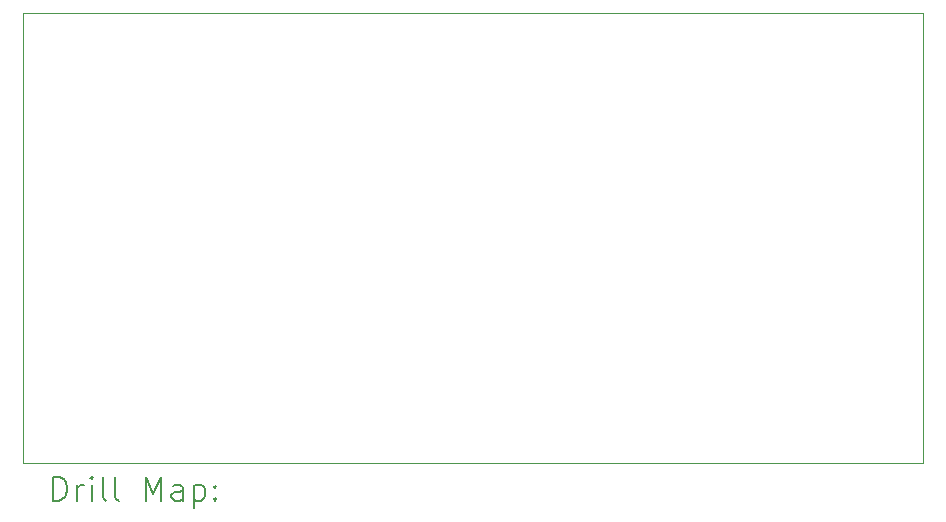
<source format=gbr>
%TF.GenerationSoftware,KiCad,Pcbnew,7.0.7*%
%TF.CreationDate,2023-09-05T00:06:30-07:00*%
%TF.ProjectId,Solenoid Board Ground Systems V1.1,536f6c65-6e6f-4696-9420-426f61726420,rev?*%
%TF.SameCoordinates,Original*%
%TF.FileFunction,Drillmap*%
%TF.FilePolarity,Positive*%
%FSLAX45Y45*%
G04 Gerber Fmt 4.5, Leading zero omitted, Abs format (unit mm)*
G04 Created by KiCad (PCBNEW 7.0.7) date 2023-09-05 00:06:30*
%MOMM*%
%LPD*%
G01*
G04 APERTURE LIST*
%ADD10C,0.100000*%
%ADD11C,0.200000*%
G04 APERTURE END LIST*
D10*
X2540000Y-2540000D02*
X10160000Y-2540000D01*
X10160000Y-6350000D01*
X2540000Y-6350000D01*
X2540000Y-2540000D01*
D11*
X2795777Y-6666484D02*
X2795777Y-6466484D01*
X2795777Y-6466484D02*
X2843396Y-6466484D01*
X2843396Y-6466484D02*
X2871967Y-6476008D01*
X2871967Y-6476008D02*
X2891015Y-6495055D01*
X2891015Y-6495055D02*
X2900539Y-6514103D01*
X2900539Y-6514103D02*
X2910062Y-6552198D01*
X2910062Y-6552198D02*
X2910062Y-6580769D01*
X2910062Y-6580769D02*
X2900539Y-6618865D01*
X2900539Y-6618865D02*
X2891015Y-6637912D01*
X2891015Y-6637912D02*
X2871967Y-6656960D01*
X2871967Y-6656960D02*
X2843396Y-6666484D01*
X2843396Y-6666484D02*
X2795777Y-6666484D01*
X2995777Y-6666484D02*
X2995777Y-6533150D01*
X2995777Y-6571246D02*
X3005301Y-6552198D01*
X3005301Y-6552198D02*
X3014824Y-6542674D01*
X3014824Y-6542674D02*
X3033872Y-6533150D01*
X3033872Y-6533150D02*
X3052920Y-6533150D01*
X3119586Y-6666484D02*
X3119586Y-6533150D01*
X3119586Y-6466484D02*
X3110062Y-6476008D01*
X3110062Y-6476008D02*
X3119586Y-6485531D01*
X3119586Y-6485531D02*
X3129110Y-6476008D01*
X3129110Y-6476008D02*
X3119586Y-6466484D01*
X3119586Y-6466484D02*
X3119586Y-6485531D01*
X3243396Y-6666484D02*
X3224348Y-6656960D01*
X3224348Y-6656960D02*
X3214824Y-6637912D01*
X3214824Y-6637912D02*
X3214824Y-6466484D01*
X3348158Y-6666484D02*
X3329110Y-6656960D01*
X3329110Y-6656960D02*
X3319586Y-6637912D01*
X3319586Y-6637912D02*
X3319586Y-6466484D01*
X3576729Y-6666484D02*
X3576729Y-6466484D01*
X3576729Y-6466484D02*
X3643396Y-6609341D01*
X3643396Y-6609341D02*
X3710062Y-6466484D01*
X3710062Y-6466484D02*
X3710062Y-6666484D01*
X3891015Y-6666484D02*
X3891015Y-6561722D01*
X3891015Y-6561722D02*
X3881491Y-6542674D01*
X3881491Y-6542674D02*
X3862443Y-6533150D01*
X3862443Y-6533150D02*
X3824348Y-6533150D01*
X3824348Y-6533150D02*
X3805301Y-6542674D01*
X3891015Y-6656960D02*
X3871967Y-6666484D01*
X3871967Y-6666484D02*
X3824348Y-6666484D01*
X3824348Y-6666484D02*
X3805301Y-6656960D01*
X3805301Y-6656960D02*
X3795777Y-6637912D01*
X3795777Y-6637912D02*
X3795777Y-6618865D01*
X3795777Y-6618865D02*
X3805301Y-6599817D01*
X3805301Y-6599817D02*
X3824348Y-6590293D01*
X3824348Y-6590293D02*
X3871967Y-6590293D01*
X3871967Y-6590293D02*
X3891015Y-6580769D01*
X3986253Y-6533150D02*
X3986253Y-6733150D01*
X3986253Y-6542674D02*
X4005301Y-6533150D01*
X4005301Y-6533150D02*
X4043396Y-6533150D01*
X4043396Y-6533150D02*
X4062443Y-6542674D01*
X4062443Y-6542674D02*
X4071967Y-6552198D01*
X4071967Y-6552198D02*
X4081491Y-6571246D01*
X4081491Y-6571246D02*
X4081491Y-6628388D01*
X4081491Y-6628388D02*
X4071967Y-6647436D01*
X4071967Y-6647436D02*
X4062443Y-6656960D01*
X4062443Y-6656960D02*
X4043396Y-6666484D01*
X4043396Y-6666484D02*
X4005301Y-6666484D01*
X4005301Y-6666484D02*
X3986253Y-6656960D01*
X4167205Y-6647436D02*
X4176729Y-6656960D01*
X4176729Y-6656960D02*
X4167205Y-6666484D01*
X4167205Y-6666484D02*
X4157682Y-6656960D01*
X4157682Y-6656960D02*
X4167205Y-6647436D01*
X4167205Y-6647436D02*
X4167205Y-6666484D01*
X4167205Y-6542674D02*
X4176729Y-6552198D01*
X4176729Y-6552198D02*
X4167205Y-6561722D01*
X4167205Y-6561722D02*
X4157682Y-6552198D01*
X4157682Y-6552198D02*
X4167205Y-6542674D01*
X4167205Y-6542674D02*
X4167205Y-6561722D01*
M02*

</source>
